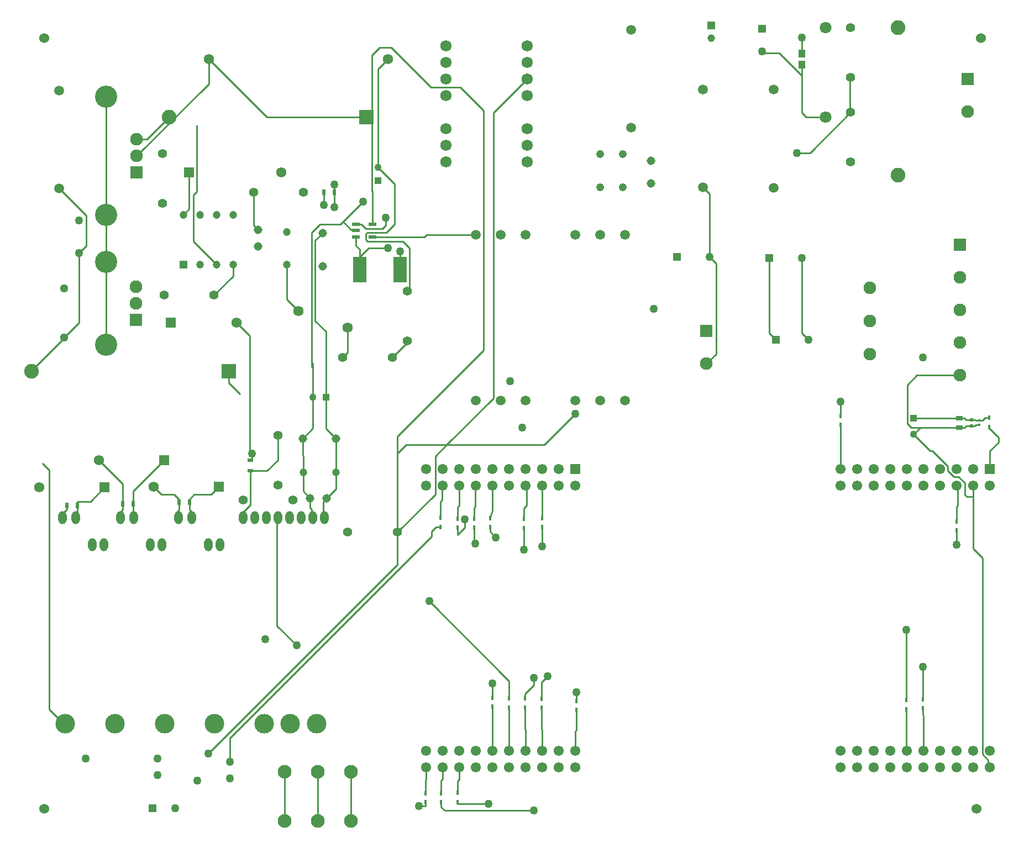
<source format=gtl>
G04*
G04 #@! TF.GenerationSoftware,Altium Limited,Altium Designer,20.0.13 (296)*
G04*
G04 Layer_Physical_Order=1*
G04 Layer_Color=255*
%FSLAX24Y24*%
%MOIN*%
G70*
G01*
G75*
%ADD14C,0.0100*%
%ADD16R,0.0213X0.0370*%
%ADD17R,0.0472X0.0236*%
%ADD18R,0.0433X0.0492*%
%ADD19R,0.0157X0.0287*%
%ADD20R,0.0370X0.0213*%
%ADD21R,0.0386X0.0307*%
%ADD22R,0.0165X0.0181*%
%ADD23R,0.0244X0.0236*%
%ADD24R,0.0827X0.1575*%
%ADD39C,0.1181*%
%ADD40O,0.0512X0.0787*%
%ADD68C,0.0827*%
%ADD69C,0.0610*%
G04:AMPARAMS|DCode=70|XSize=61mil|YSize=61mil|CornerRadius=1.8mil|HoleSize=0mil|Usage=FLASHONLY|Rotation=180.000|XOffset=0mil|YOffset=0mil|HoleType=Round|Shape=RoundedRectangle|*
%AMROUNDEDRECTD70*
21,1,0.0610,0.0574,0,0,180.0*
21,1,0.0574,0.0610,0,0,180.0*
1,1,0.0037,-0.0287,0.0287*
1,1,0.0037,0.0287,0.0287*
1,1,0.0037,0.0287,-0.0287*
1,1,0.0037,-0.0287,-0.0287*
%
%ADD70ROUNDEDRECTD70*%
%ADD71C,0.0518*%
%ADD72C,0.0472*%
%ADD73C,0.0768*%
%ADD74R,0.0768X0.0768*%
%ADD75C,0.0496*%
%ADD76C,0.0591*%
%ADD77C,0.0650*%
%ADD78C,0.1339*%
%ADD79C,0.0620*%
%ADD80C,0.0679*%
%ADD81C,0.0476*%
%ADD82C,0.0502*%
%ADD83R,0.0502X0.0502*%
%ADD84R,0.0502X0.0502*%
%ADD85C,0.0551*%
%ADD86C,0.0709*%
%ADD87C,0.0886*%
%ADD88C,0.0453*%
%ADD89R,0.0453X0.0453*%
%ADD90R,0.0620X0.0620*%
%ADD91R,0.0886X0.0886*%
%ADD92C,0.0433*%
%ADD93R,0.0433X0.0433*%
%ADD94C,0.0512*%
%ADD95R,0.0433X0.0433*%
%ADD96C,0.0626*%
%ADD97R,0.0472X0.0472*%
%ADD98C,0.0600*%
%ADD99C,0.0500*%
D14*
X31300Y9240D02*
Y9650D01*
X30750Y8690D02*
X31300Y9240D01*
X28800Y8476D02*
Y9330D01*
X25906Y1650D02*
X31300D01*
X25700Y1856D02*
X25906Y1650D01*
X25700Y1856D02*
Y2149D01*
X50350Y43850D02*
X50400Y43800D01*
X50350Y45850D02*
X50400Y45900D01*
X50350Y43850D02*
Y45850D01*
X57800Y17450D02*
Y17900D01*
Y17450D02*
X58345Y16905D01*
X57800Y17900D02*
Y20600D01*
X58345Y16905D02*
X58345Y5061D01*
X58702Y4704D01*
Y4348D02*
Y4704D01*
Y4348D02*
X58800Y4250D01*
X59326Y23876D02*
Y24166D01*
X58800Y23350D02*
X59326Y23876D01*
X59319Y24166D02*
X59334D01*
X58750Y24735D02*
X59319Y24166D01*
X58750Y24735D02*
Y24800D01*
X58800Y22250D02*
Y23350D01*
X57400Y20600D02*
X57800D01*
Y21250D01*
X57274Y20726D02*
X57400Y20600D01*
X56255Y22151D02*
Y22439D01*
X57274Y20726D02*
Y21419D01*
X55331Y23362D02*
X56255Y22439D01*
X56899Y21795D02*
X57274Y21419D01*
X55188Y23362D02*
X55331D01*
X56611Y21795D02*
X56899D01*
X54200Y24350D02*
X55188Y23362D01*
X56255Y22151D02*
X56611Y21795D01*
X56800Y19101D02*
Y20000D01*
X56850Y20050D01*
X49800Y24200D02*
Y24924D01*
Y22250D02*
Y24200D01*
X56850Y20050D02*
Y21200D01*
X56800Y21250D02*
X56850Y21200D01*
X26800Y20067D02*
Y20350D01*
X26700Y19276D02*
Y19967D01*
X26800Y20067D01*
Y20350D02*
Y21250D01*
X25650Y19326D02*
Y20300D01*
X25750Y20400D01*
Y21200D01*
X25800Y21250D01*
X53750Y7000D02*
Y7774D01*
Y5300D02*
Y7000D01*
Y5300D02*
X53800Y5250D01*
X54800Y7100D02*
Y7383D01*
X54750Y7433D02*
X54800Y7383D01*
X54750Y7433D02*
Y7824D01*
X54800Y5250D02*
Y7100D01*
X12890Y27460D02*
X13550Y26800D01*
X12890Y27460D02*
Y28150D01*
X1000D02*
Y28200D01*
X2950Y30150D01*
Y30200D01*
X7950Y42150D02*
X9300Y43500D01*
X7311Y42150D02*
X7950D01*
X15173Y43500D02*
X21190D01*
X11673Y47000D02*
X15173Y43500D01*
X19630Y37040D02*
X19770Y37180D01*
X20504Y36704D02*
X20558Y36650D01*
X19770Y37180D02*
X20990Y38400D01*
X20246Y36704D02*
X20504D01*
X19770Y37180D02*
X20246Y36704D01*
X31800Y19300D02*
Y21150D01*
X30850Y20150D02*
Y21250D01*
X30700Y19900D02*
X30859Y20059D01*
Y20141D01*
X30850Y20150D02*
X30859Y20141D01*
X30700Y19250D02*
Y19900D01*
X28650Y19366D02*
X28679Y19395D01*
X28650Y19301D02*
Y19366D01*
X28800Y19750D01*
Y21250D01*
X27700Y19938D02*
X27750Y19988D01*
Y21200D01*
X27800Y21250D01*
X27700Y19276D02*
Y19938D01*
X27130Y18740D02*
Y19220D01*
X27700Y17800D02*
Y18724D01*
Y17800D02*
X27750Y17750D01*
X47160Y41340D02*
X47940D01*
X50400Y43800D01*
X47450Y43750D02*
Y46000D01*
Y43750D02*
X47712Y43488D01*
X48900D01*
X47450Y46000D02*
Y46665D01*
X46078Y47372D02*
X47450Y46000D01*
X45050Y47372D02*
X46078D01*
X23790Y33000D02*
Y35600D01*
X14280Y22780D02*
Y23200D01*
X20558Y35742D02*
Y36276D01*
Y35742D02*
X20780Y35520D01*
Y35070D02*
Y35520D01*
Y35070D02*
X21310Y35600D01*
X22500D01*
X21156Y36096D02*
Y36456D01*
X21244Y36544D01*
X22395D01*
X21156Y36096D02*
X21252Y36000D01*
X23390D01*
X23790Y35600D01*
X21542Y36276D02*
X24680D01*
X24804Y36400D01*
X54056Y24774D02*
X54624D01*
X17963Y28370D02*
Y28617D01*
Y26600D02*
Y28370D01*
X17900Y28680D02*
Y36540D01*
Y28433D02*
Y28680D01*
X26030Y23720D02*
X31920D01*
X23570D02*
X26030D01*
X28850Y26540D01*
X25340Y23030D02*
X26030Y23720D01*
X23050Y23200D02*
Y24230D01*
Y18450D02*
Y23200D01*
X21550Y37024D02*
Y39020D01*
X20780Y34300D02*
Y35070D01*
X26700Y2060D02*
X28540D01*
X17963Y24713D02*
Y26600D01*
X17350Y24100D02*
X17963Y24713D01*
X21542Y37024D02*
X21550D01*
X21530Y39040D02*
X21550Y39020D01*
X21530Y39040D02*
Y47230D01*
X22000Y47700D01*
X22700D01*
X25090Y45310D01*
X26840D01*
X28250Y43900D01*
Y29430D02*
Y43900D01*
X23050Y24230D02*
X28250Y29430D01*
X18635Y38186D02*
Y38950D01*
X19265D02*
Y39425D01*
X1660Y22590D02*
X2050Y22200D01*
Y7750D02*
Y22200D01*
Y7750D02*
X2975Y6825D01*
X11673Y45512D02*
Y47000D01*
X18600Y19250D02*
Y20300D01*
X18800Y20500D01*
X31800Y17610D02*
Y18749D01*
X26700Y18310D02*
Y18724D01*
Y18310D02*
X27130Y18740D01*
X26700Y2060D02*
Y2174D01*
X29800Y8426D02*
Y9475D01*
X24975Y14300D02*
X29800Y9475D01*
X24340Y1940D02*
X24750D01*
Y2149D01*
X47469Y30450D02*
Y35000D01*
Y30450D02*
X47868Y30050D01*
X41900Y35050D02*
Y38850D01*
X41500Y39250D02*
X41900Y38850D01*
X41700Y28631D02*
X42280Y29211D01*
Y34670D01*
X41900Y35050D02*
X42280Y34670D01*
X21900Y46400D02*
X22500Y47000D01*
X21900Y40450D02*
Y46400D01*
X3850Y35282D02*
X4290Y35721D01*
Y37554D01*
X2650Y39194D02*
X4290Y37554D01*
X2950Y30200D02*
X3850Y31100D01*
Y35282D01*
X16400Y32482D02*
Y34600D01*
Y32482D02*
X17097Y31784D01*
X14200Y20110D02*
Y22150D01*
X13700Y19610D02*
X14200Y20110D01*
X13700Y19250D02*
Y19610D01*
X24800Y3520D02*
Y4250D01*
X24750Y3470D02*
X24800Y3520D01*
X24750Y2700D02*
Y3470D01*
X25800Y3570D02*
Y4250D01*
X25700Y3470D02*
X25800Y3570D01*
X25700Y2700D02*
Y3470D01*
X23650Y29900D02*
Y30000D01*
X22750Y29000D02*
X23650Y29900D01*
X19350Y21050D02*
Y22050D01*
X18800Y20500D02*
X19350Y21050D01*
X18750Y24700D02*
Y26600D01*
Y24700D02*
X19350Y24100D01*
X18100Y36050D02*
X18550Y36500D01*
X18100Y31200D02*
Y36050D01*
Y31200D02*
X18750Y30550D01*
Y26600D02*
Y30550D01*
X14400Y36950D02*
Y38950D01*
Y36950D02*
X14650Y36700D01*
X20050Y29300D02*
Y30800D01*
X19750Y29000D02*
X20050Y29300D01*
X45500Y30450D02*
Y35000D01*
Y30450D02*
X45900Y30050D01*
X10499Y37949D02*
Y40150D01*
X10150Y37600D02*
X10499Y37949D01*
X17382Y20919D02*
Y22050D01*
Y20919D02*
X17800Y20500D01*
X54624Y24774D02*
X56950D01*
X54200Y24350D02*
X54624Y24774D01*
X14200Y22780D02*
X14280D01*
X14150Y23440D02*
Y30300D01*
X13350Y31100D02*
X14150Y30300D01*
X17900Y28680D02*
X17963Y28617D01*
X17900Y36540D02*
X18400Y37040D01*
X19630D01*
X15800Y12800D02*
Y19250D01*
Y12800D02*
X16970Y11630D01*
X30750Y8426D02*
Y8690D01*
X54750Y8376D02*
Y10330D01*
X53750Y8326D02*
Y12570D01*
X31750Y8400D02*
Y9400D01*
X32120Y9770D01*
X33850Y8276D02*
Y8800D01*
X49800Y25476D02*
Y26330D01*
X11650Y5100D02*
X23050Y16500D01*
Y18450D01*
X25400Y18774D02*
X25650D01*
X25110Y18484D02*
X25400Y18774D01*
X25110Y18200D02*
Y18484D01*
X12940Y6030D02*
X25110Y18200D01*
X12940Y4600D02*
Y6030D01*
X28650Y18490D02*
Y18750D01*
Y18490D02*
X29000Y18140D01*
X22340Y36950D02*
Y37430D01*
X22140Y36750D02*
X22340Y36950D01*
X21150Y36750D02*
X22140D01*
X20876Y37024D02*
X21150Y36750D01*
X20558Y37024D02*
X20876D01*
X7311Y41150D02*
X11673Y45512D01*
X19265Y38060D02*
Y38950D01*
X23220Y34300D02*
Y35390D01*
X23220Y35390D02*
X23220Y35390D01*
X47450Y47335D02*
Y48290D01*
X23050Y23200D02*
X23570Y23720D01*
X31920D02*
X33800Y25600D01*
X23050Y18450D02*
X25340Y20740D01*
Y23030D01*
X28850Y26540D02*
Y43750D01*
X30900Y45800D01*
X30700Y17390D02*
Y18699D01*
X4550Y20300D02*
X5400Y21150D01*
X3765Y20300D02*
X4550D01*
X3765Y20050D02*
Y20300D01*
X56800Y17700D02*
Y18550D01*
X23650Y33000D02*
X23790D01*
X22395Y36544D02*
X22881Y37030D01*
Y39469D01*
X21900Y40450D02*
X22881Y39469D01*
X15850Y22800D02*
Y24300D01*
X15200Y22150D02*
X15850Y22800D01*
X14200Y22150D02*
X15200D01*
X7115Y20150D02*
Y20915D01*
X9000Y22800D01*
X13150Y33900D02*
Y34600D01*
X12000Y32750D02*
X13150Y33900D01*
X8350Y21200D02*
X8820Y20730D01*
X9600D01*
X9885Y20445D01*
Y20250D02*
Y20445D01*
X6485Y20150D02*
Y21365D01*
X5050Y22800D02*
X6485Y21365D01*
X11830Y20730D02*
X12300Y21200D01*
X10800Y20730D02*
X11830D01*
X10515Y20445D02*
X10800Y20730D01*
X10515Y20250D02*
Y20445D01*
X17900Y28433D02*
X17963Y28370D01*
X24804Y36400D02*
X27800D01*
X10950Y41760D02*
Y43000D01*
Y41760D02*
X10960Y41750D01*
Y39010D02*
Y41750D01*
X10760Y38810D02*
X10960Y39010D01*
X10760Y35990D02*
Y38810D01*
Y35990D02*
X12150Y34600D01*
X54400Y27913D02*
X57000D01*
X53830Y27343D02*
X54400Y27913D01*
X53830Y25000D02*
Y27343D01*
Y25000D02*
X54056Y24774D01*
X57365Y24869D02*
X57700D01*
X57270Y24774D02*
X57365Y24869D01*
X56950Y24774D02*
X57270D01*
X57941Y24920D02*
X58150D01*
X57890Y24869D02*
X57941Y24920D01*
X57700Y24869D02*
X57890D01*
X5500Y29752D02*
Y34752D01*
Y37587D02*
Y44713D01*
Y34752D02*
Y37587D01*
X17350Y23082D02*
Y24100D01*
Y23082D02*
X17382Y23050D01*
Y22050D02*
Y23050D01*
X17800Y19920D02*
Y20500D01*
Y19920D02*
X17900Y19820D01*
Y19250D02*
Y19820D01*
X55579Y25326D02*
X56950D01*
X55570Y25334D02*
X55579Y25326D01*
X54200Y25334D02*
X55570D01*
X57365Y25231D02*
X57700D01*
X57270Y25326D02*
X57365Y25231D01*
X56950Y25326D02*
X57270D01*
X58531Y25351D02*
X58750D01*
X58360Y25180D02*
X58531Y25351D01*
X58150Y25180D02*
X58360D01*
X57941D02*
X58150D01*
X57890Y25231D02*
X57941Y25180D01*
X57700Y25231D02*
X57890D01*
X29800Y5250D02*
Y7874D01*
X18250Y1028D02*
Y4000D01*
X19350Y22050D02*
Y24100D01*
X3765Y19721D02*
Y20050D01*
X3604Y19560D02*
X3765Y19721D01*
X3604Y19250D02*
Y19560D01*
X3135Y19819D02*
Y20050D01*
X2796Y19480D02*
X3135Y19819D01*
X2796Y19250D02*
Y19480D01*
X7115Y19701D02*
Y20150D01*
X7104Y19690D02*
X7115Y19701D01*
X7104Y19250D02*
Y19690D01*
X6485Y19789D02*
Y20150D01*
X6296Y19600D02*
X6485Y19789D01*
X6296Y19250D02*
Y19600D01*
X10515Y19789D02*
Y20250D01*
Y19789D02*
X10604Y19700D01*
Y19250D02*
Y19700D01*
X9885Y19789D02*
Y20250D01*
X9796Y19700D02*
X9885Y19789D01*
X9796Y19250D02*
Y19700D01*
X33850Y6510D02*
Y7724D01*
X33800Y6460D02*
X33850Y6510D01*
X33800Y5250D02*
Y6460D01*
X31750Y6570D02*
Y7849D01*
Y6570D02*
X31800Y6520D01*
Y5250D02*
Y6520D01*
X30750Y6580D02*
Y7874D01*
Y6580D02*
X30800Y6530D01*
Y5250D02*
Y6530D01*
X26800Y3530D02*
Y4250D01*
X26700Y3430D02*
X26800Y3530D01*
X26700Y2726D02*
Y3430D01*
X28800Y5250D02*
Y7924D01*
X16250Y1028D02*
Y4000D01*
X20250Y1028D02*
Y4000D01*
D16*
X19265Y38950D02*
D03*
X18635D02*
D03*
X3135Y20050D02*
D03*
X3765D02*
D03*
X6485Y20150D02*
D03*
X7115D02*
D03*
X9885Y20250D02*
D03*
X10515D02*
D03*
D17*
X21542Y37024D02*
D03*
Y36276D02*
D03*
X20558D02*
D03*
Y36650D02*
D03*
Y37024D02*
D03*
D18*
X47450Y46665D02*
D03*
Y47335D02*
D03*
D19*
X49800Y25476D02*
D03*
Y24924D02*
D03*
X58750Y25351D02*
D03*
Y24800D02*
D03*
X31800Y18749D02*
D03*
Y19300D02*
D03*
X30700Y18699D02*
D03*
Y19250D02*
D03*
X56800Y18550D02*
D03*
Y19101D02*
D03*
X28650Y18750D02*
D03*
Y19301D02*
D03*
X27700Y18724D02*
D03*
Y19276D02*
D03*
X26700Y18724D02*
D03*
Y19276D02*
D03*
X25650Y18774D02*
D03*
Y19326D02*
D03*
X26700Y2174D02*
D03*
Y2726D02*
D03*
X25700Y2149D02*
D03*
Y2700D02*
D03*
X24750D02*
D03*
Y2149D02*
D03*
X28800Y7924D02*
D03*
Y8476D02*
D03*
X29800Y7874D02*
D03*
Y8426D02*
D03*
X30750Y7874D02*
D03*
Y8426D02*
D03*
X31750Y7849D02*
D03*
Y8400D02*
D03*
X33850Y7724D02*
D03*
Y8276D02*
D03*
X54750Y7824D02*
D03*
Y8376D02*
D03*
X53750Y7774D02*
D03*
Y8326D02*
D03*
D20*
X14200Y22780D02*
D03*
Y22150D02*
D03*
D21*
X56950Y25326D02*
D03*
Y24774D02*
D03*
D22*
X58150Y24920D02*
D03*
Y25180D02*
D03*
D23*
X57700Y24869D02*
D03*
Y25231D02*
D03*
D24*
X23220Y34300D02*
D03*
X20780D02*
D03*
D39*
X3025Y6889D02*
D03*
X6025D02*
D03*
X9025D02*
D03*
X12025D02*
D03*
X15025D02*
D03*
X16600D02*
D03*
X18175D02*
D03*
D40*
X4650Y17700D02*
D03*
X5350D02*
D03*
X8150D02*
D03*
X8850D02*
D03*
X11650D02*
D03*
X12350D02*
D03*
X2846Y19314D02*
D03*
X3654D02*
D03*
X6346D02*
D03*
X7154D02*
D03*
X9846D02*
D03*
X10654D02*
D03*
X13750D02*
D03*
X14450D02*
D03*
X15150D02*
D03*
X15850D02*
D03*
X16550D02*
D03*
X17250D02*
D03*
X17950D02*
D03*
X18650D02*
D03*
D68*
X20250Y4000D02*
D03*
Y1028D02*
D03*
X18250Y4000D02*
D03*
Y1028D02*
D03*
X16250Y4000D02*
D03*
Y1028D02*
D03*
D69*
X33800Y21250D02*
D03*
X30800D02*
D03*
X29800D02*
D03*
X32800D02*
D03*
X31800D02*
D03*
X32800Y22250D02*
D03*
X30800D02*
D03*
X29800D02*
D03*
X31800D02*
D03*
X28800Y21250D02*
D03*
X26800D02*
D03*
X25800D02*
D03*
X24800D02*
D03*
X26800Y22250D02*
D03*
X25800D02*
D03*
X28800D02*
D03*
X27800D02*
D03*
X24800D02*
D03*
X33800Y4250D02*
D03*
Y5250D02*
D03*
X32800Y4250D02*
D03*
X30800D02*
D03*
X31800D02*
D03*
X29800D02*
D03*
X27800D02*
D03*
X28800D02*
D03*
X25800D02*
D03*
X24800D02*
D03*
X31800Y5250D02*
D03*
X32800D02*
D03*
X30800D02*
D03*
X28800D02*
D03*
X29800D02*
D03*
X27800D02*
D03*
X26800Y4250D02*
D03*
X25800Y5250D02*
D03*
X26800D02*
D03*
X24800D02*
D03*
X49800Y21250D02*
D03*
X50800D02*
D03*
X51800D02*
D03*
X52800D02*
D03*
X53800D02*
D03*
X54800D02*
D03*
X55800D02*
D03*
X56800D02*
D03*
X57800D02*
D03*
X58800D02*
D03*
X49800Y22250D02*
D03*
X50800D02*
D03*
X51800D02*
D03*
X52800D02*
D03*
X53800D02*
D03*
X54800D02*
D03*
X55800D02*
D03*
X56800D02*
D03*
X57800D02*
D03*
X49800Y4250D02*
D03*
X50800D02*
D03*
X51800D02*
D03*
X52800D02*
D03*
X53800D02*
D03*
X54800D02*
D03*
X55800D02*
D03*
X56800D02*
D03*
X57800D02*
D03*
X58800D02*
D03*
X49800Y5250D02*
D03*
X50800D02*
D03*
X51800D02*
D03*
X52800D02*
D03*
X53800D02*
D03*
X54800D02*
D03*
X55800D02*
D03*
X56800D02*
D03*
X57800D02*
D03*
X58800D02*
D03*
X27800Y21250D02*
D03*
D70*
X33800Y22250D02*
D03*
X58800D02*
D03*
D71*
X19350Y24100D02*
D03*
X17350D02*
D03*
X17800Y20500D02*
D03*
X18800D02*
D03*
X38350Y39500D02*
D03*
Y40850D02*
D03*
X14650Y36700D02*
D03*
Y35700D02*
D03*
X18550Y34500D02*
D03*
Y36500D02*
D03*
D72*
X17382Y22050D02*
D03*
X19350D02*
D03*
X16400Y36569D02*
D03*
Y34600D02*
D03*
X11150D02*
D03*
X12150D02*
D03*
X13150D02*
D03*
Y37600D02*
D03*
X12150D02*
D03*
X11150D02*
D03*
X10150D02*
D03*
D73*
X7311Y42150D02*
D03*
Y41150D02*
D03*
X7300Y33250D02*
D03*
Y32250D02*
D03*
X57450Y43832D02*
D03*
X41700Y28631D02*
D03*
X57000Y27913D02*
D03*
Y29881D02*
D03*
Y31850D02*
D03*
Y33819D02*
D03*
X51550Y33200D02*
D03*
Y31200D02*
D03*
Y29200D02*
D03*
D74*
X7311Y40150D02*
D03*
X7300Y31250D02*
D03*
X57450Y45800D02*
D03*
X41700Y30600D02*
D03*
X57000Y35787D02*
D03*
D75*
X3850Y37250D02*
D03*
Y35282D02*
D03*
D76*
X36800Y36400D02*
D03*
X35300D02*
D03*
X33800D02*
D03*
X30800D02*
D03*
X29300D02*
D03*
X27800D02*
D03*
Y26400D02*
D03*
X29300D02*
D03*
X30800D02*
D03*
X33800D02*
D03*
X35300D02*
D03*
X36800D02*
D03*
X37150Y42850D02*
D03*
Y48756D02*
D03*
X45750Y39244D02*
D03*
Y45150D02*
D03*
X2650Y45100D02*
D03*
Y39194D02*
D03*
X41500Y45156D02*
D03*
Y39250D02*
D03*
D77*
X7311Y31254D02*
D03*
Y33249D02*
D03*
X7300Y32250D02*
D03*
X7311Y40150D02*
D03*
Y42150D02*
D03*
Y41150D02*
D03*
D78*
X5500Y34752D02*
D03*
Y29752D02*
D03*
Y44713D02*
D03*
Y37587D02*
D03*
D79*
X22500Y47000D02*
D03*
X11673D02*
D03*
X13350Y31100D02*
D03*
X8350Y21200D02*
D03*
X5050Y22800D02*
D03*
X1450Y21150D02*
D03*
X16050Y40150D02*
D03*
D80*
X26000Y47800D02*
D03*
Y46800D02*
D03*
Y45800D02*
D03*
Y44800D02*
D03*
Y42800D02*
D03*
Y41800D02*
D03*
Y40800D02*
D03*
X30900Y47800D02*
D03*
Y46800D02*
D03*
Y45800D02*
D03*
Y44800D02*
D03*
Y42800D02*
D03*
Y41800D02*
D03*
Y40800D02*
D03*
D81*
X35300Y39250D02*
D03*
Y41250D02*
D03*
X36650Y39250D02*
D03*
Y41250D02*
D03*
D82*
X45050Y47450D02*
D03*
X47868Y30050D02*
D03*
X41900Y35050D02*
D03*
X47469Y35000D02*
D03*
X9650Y1800D02*
D03*
D83*
X45050Y48828D02*
D03*
D84*
X45900Y30050D02*
D03*
X39931Y35050D02*
D03*
X45500Y35000D02*
D03*
X8272Y1800D02*
D03*
D85*
X50400Y40800D02*
D03*
Y43800D02*
D03*
Y45900D02*
D03*
Y48900D02*
D03*
X23650Y33000D02*
D03*
Y30000D02*
D03*
X15850Y21300D02*
D03*
Y24300D02*
D03*
X13750Y20400D02*
D03*
X16750D02*
D03*
X20050Y18450D02*
D03*
X23050D02*
D03*
X22750Y29000D02*
D03*
X19750D02*
D03*
X9000Y32750D02*
D03*
X12000D02*
D03*
X17400Y38950D02*
D03*
X14400D02*
D03*
X8900Y41300D02*
D03*
Y38300D02*
D03*
D86*
X48900Y48912D02*
D03*
Y43488D02*
D03*
D87*
X53250Y40000D02*
D03*
Y48898D02*
D03*
X1000Y28150D02*
D03*
X9300Y43500D02*
D03*
D88*
X42000Y48250D02*
D03*
D89*
Y49037D02*
D03*
D90*
X9400Y31100D02*
D03*
X12300Y21200D02*
D03*
X9000Y22800D02*
D03*
X5400Y21150D02*
D03*
X10499Y40150D02*
D03*
D91*
X12890Y28150D02*
D03*
X21190Y43500D02*
D03*
D92*
X54200Y24350D02*
D03*
X21900Y40450D02*
D03*
X17963Y26600D02*
D03*
D93*
X54200Y25334D02*
D03*
X21900Y39663D02*
D03*
D94*
X2950Y33153D02*
D03*
Y30200D02*
D03*
D95*
X18750Y26600D02*
D03*
D96*
X20050Y30800D02*
D03*
X17097Y31784D02*
D03*
D97*
X10150Y34600D02*
D03*
D98*
X58000Y1750D02*
D03*
X58250Y48250D02*
D03*
X1750D02*
D03*
Y1750D02*
D03*
D99*
X31300Y9650D02*
D03*
X28800Y9330D02*
D03*
X11000Y3450D02*
D03*
X31300Y1650D02*
D03*
X29000Y18140D02*
D03*
X27130Y19220D02*
D03*
X27750Y17750D02*
D03*
X30600Y24750D02*
D03*
X47160Y41340D02*
D03*
X22500Y35600D02*
D03*
X18635Y38186D02*
D03*
X19265Y39425D02*
D03*
X31800Y17610D02*
D03*
X4240Y4800D02*
D03*
X38530Y31920D02*
D03*
X28540Y2060D02*
D03*
X24975Y14300D02*
D03*
X24340Y1940D02*
D03*
X14280Y23200D02*
D03*
X20990Y38400D02*
D03*
X8590Y3800D02*
D03*
X12940Y3600D02*
D03*
X16970Y11630D02*
D03*
X54750Y10330D02*
D03*
X53750Y12570D02*
D03*
X32120Y9770D02*
D03*
X33850Y8800D02*
D03*
X15080Y11990D02*
D03*
X54760Y29000D02*
D03*
X49800Y26330D02*
D03*
X11650Y5100D02*
D03*
X12940Y4600D02*
D03*
X22340Y37430D02*
D03*
X19265Y38060D02*
D03*
X23220Y35390D02*
D03*
X47450Y48290D02*
D03*
X33800Y25600D02*
D03*
X30700Y17390D02*
D03*
X56800Y17700D02*
D03*
X8590Y4800D02*
D03*
X29850Y27560D02*
D03*
M02*

</source>
